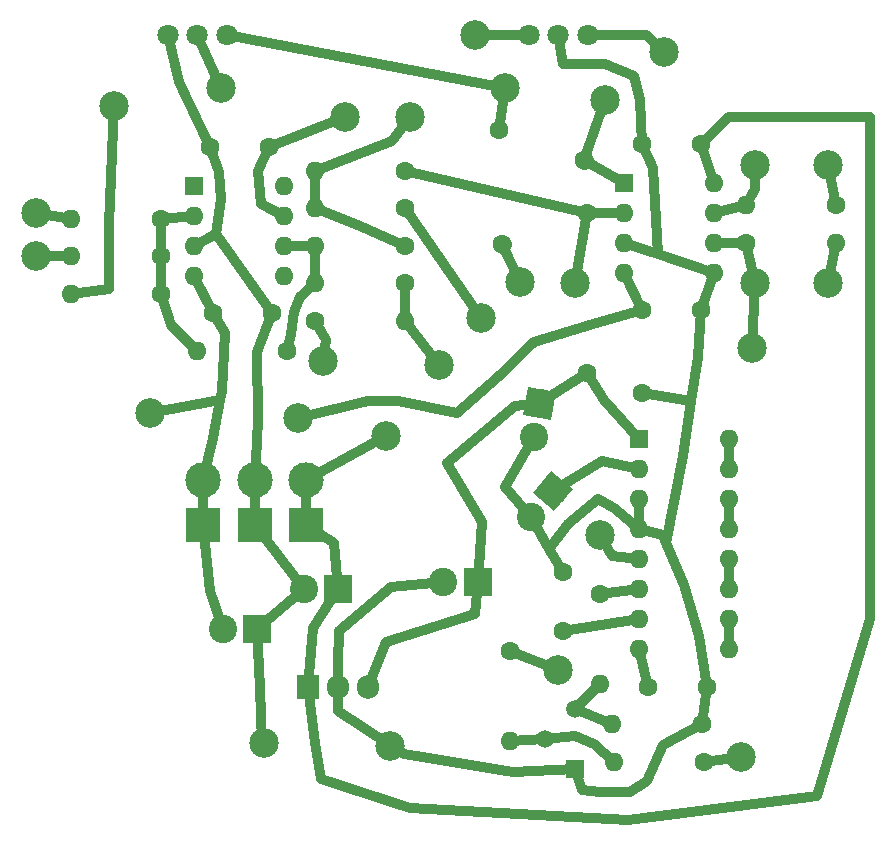
<source format=gbr>
G04 #@! TF.GenerationSoftware,KiCad,Pcbnew,(5.1.2-1)-1*
G04 #@! TF.CreationDate,2021-10-10T15:57:48-04:00*
G04 #@! TF.ProjectId,my_fav_reverb,6d795f66-6176-45f7-9265-766572622e6b,rev?*
G04 #@! TF.SameCoordinates,Original*
G04 #@! TF.FileFunction,Copper,L2,Bot*
G04 #@! TF.FilePolarity,Positive*
%FSLAX46Y46*%
G04 Gerber Fmt 4.6, Leading zero omitted, Abs format (unit mm)*
G04 Created by KiCad (PCBNEW (5.1.2-1)-1) date 2021-10-10 15:57:48*
%MOMM*%
%LPD*%
G04 APERTURE LIST*
%ADD10C,2.499360*%
%ADD11C,2.400000*%
%ADD12C,0.100000*%
%ADD13R,2.400000X2.400000*%
%ADD14C,1.600000*%
%ADD15C,1.600000*%
%ADD16C,1.800000*%
%ADD17R,1.500000X1.500000*%
%ADD18C,1.500000*%
%ADD19O,1.600000X1.600000*%
%ADD20R,1.600000X1.600000*%
%ADD21R,2.999740X2.999740*%
%ADD22C,2.999740*%
%ADD23R,1.905000X2.000000*%
%ADD24O,1.905000X2.000000*%
%ADD25C,0.800000*%
%ADD26C,0.812800*%
G04 APERTURE END LIST*
D10*
X45360000Y-81740000D03*
X34620000Y-81510000D03*
D11*
X57227935Y-62358047D03*
X59105517Y-60120431D03*
D12*
G36*
X58957609Y-58429833D02*
G01*
X60796115Y-59972523D01*
X59253425Y-61811029D01*
X57414919Y-60268339D01*
X58957609Y-58429833D01*
X58957609Y-58429833D01*
G37*
D11*
X57501972Y-55586777D03*
X58009198Y-52710153D03*
D12*
G36*
X57035807Y-51320006D02*
G01*
X59399345Y-51736762D01*
X58982589Y-54100300D01*
X56619051Y-53683544D01*
X57035807Y-51320006D01*
X57035807Y-51320006D01*
G37*
D11*
X49857000Y-67812800D03*
D13*
X52778000Y-67812800D03*
D11*
X31157000Y-71782800D03*
D13*
X34078000Y-71782800D03*
D11*
X38027000Y-68442800D03*
D13*
X40948000Y-68442800D03*
D10*
X49500000Y-49500000D03*
X52500000Y-21500000D03*
X68500000Y-23000000D03*
X47000000Y-28500000D03*
X45000000Y-55500000D03*
X41500000Y-28500000D03*
X31000000Y-26000000D03*
X22000000Y-27500000D03*
X53000000Y-45500000D03*
X76000000Y-48000000D03*
X37500000Y-54000000D03*
D14*
X62000000Y-36585075D03*
X54839542Y-39191268D03*
D15*
X54839542Y-39191268D02*
X54839542Y-39191268D01*
D10*
X25000000Y-53500000D03*
D16*
X59578100Y-21538100D03*
X62078100Y-21538100D03*
X57078100Y-21538100D03*
X29000000Y-21538100D03*
X31500000Y-21538100D03*
X26500000Y-21538100D03*
D17*
X60960000Y-83693000D03*
D18*
X60960000Y-78613000D03*
X58420000Y-81153000D03*
D19*
X72771000Y-34036000D03*
X65151000Y-41656000D03*
X72771000Y-36576000D03*
X65151000Y-39116000D03*
X72771000Y-39116000D03*
X65151000Y-36576000D03*
X72771000Y-41656000D03*
D20*
X65151000Y-34036000D03*
D14*
X30052000Y-30988000D03*
X35052000Y-30988000D03*
X66628000Y-44831000D03*
X71628000Y-44831000D03*
X71628000Y-30734000D03*
X66628000Y-30734000D03*
X35306000Y-45085000D03*
X30306000Y-45085000D03*
X61976000Y-50165000D03*
X66674463Y-51875101D03*
X59944000Y-67009000D03*
X59944000Y-72009000D03*
X67183000Y-76708000D03*
X72183000Y-76708000D03*
D21*
X38227000Y-62992000D03*
D22*
X38227000Y-59182000D03*
X33909000Y-59182000D03*
D21*
X33909000Y-62992000D03*
X29464000Y-62992000D03*
D22*
X29464000Y-59182000D03*
D10*
X15367000Y-36576000D03*
X15367000Y-40259000D03*
X59563000Y-75311000D03*
X63119000Y-63881000D03*
X39624000Y-49149000D03*
X56319423Y-42413475D03*
X82423000Y-42545000D03*
X55036514Y-26056826D03*
X82423000Y-32512000D03*
X75057000Y-82677000D03*
X61000000Y-42500000D03*
X76200000Y-42545000D03*
X76200000Y-32512000D03*
X63500000Y-27000000D03*
D19*
X18288000Y-37084000D03*
D14*
X25908000Y-37084000D03*
X25908000Y-40259000D03*
D19*
X18288000Y-40259000D03*
X18288000Y-43434000D03*
D14*
X25908000Y-43434000D03*
X71882000Y-83058000D03*
D19*
X64262000Y-83058000D03*
D14*
X55499000Y-73660000D03*
D19*
X55499000Y-81280000D03*
D14*
X36576000Y-48260000D03*
D19*
X28956000Y-48260000D03*
D14*
X46609000Y-39370000D03*
D19*
X38989000Y-39370000D03*
X38989000Y-42545000D03*
D14*
X46609000Y-42545000D03*
X71755000Y-79883000D03*
D19*
X64135000Y-79883000D03*
X46609000Y-45720000D03*
D14*
X38989000Y-45720000D03*
X46609000Y-33020000D03*
D19*
X38989000Y-33020000D03*
X38989000Y-36195000D03*
D14*
X46609000Y-36195000D03*
D19*
X63119000Y-76454000D03*
D14*
X63119000Y-68834000D03*
D19*
X83058000Y-39116000D03*
D14*
X75438000Y-39116000D03*
X61740231Y-32145845D03*
D15*
X61740231Y-32145845D02*
X61740231Y-32145845D01*
D14*
X54579773Y-29539652D03*
X83058000Y-35941000D03*
D19*
X75438000Y-35941000D03*
D23*
X38354000Y-76708000D03*
D24*
X40894000Y-76708000D03*
X43434000Y-76708000D03*
D20*
X28702000Y-34290000D03*
D19*
X36322000Y-41910000D03*
X28702000Y-36830000D03*
X36322000Y-39370000D03*
X28702000Y-39370000D03*
X36322000Y-36830000D03*
X28702000Y-41910000D03*
X36322000Y-34290000D03*
D20*
X66421000Y-55753000D03*
D19*
X74041000Y-73533000D03*
X66421000Y-58293000D03*
X74041000Y-70993000D03*
X66421000Y-60833000D03*
X74041000Y-68453000D03*
X66421000Y-63373000D03*
X74041000Y-65913000D03*
X66421000Y-65913000D03*
X74041000Y-63373000D03*
X66421000Y-68453000D03*
X74041000Y-60833000D03*
X66421000Y-70993000D03*
X74041000Y-58293000D03*
X66421000Y-73533000D03*
X74041000Y-55753000D03*
D25*
X45000000Y-55500000D03*
X41500000Y-28500000D03*
X45333781Y-81666219D03*
X34500000Y-81500000D03*
X37500000Y-54000000D03*
X25000000Y-53500000D03*
X31000000Y-26000000D03*
X22000000Y-27500000D03*
X47000000Y-28500000D03*
X68500000Y-23000000D03*
X49500000Y-49500000D03*
X52500000Y-21500000D03*
X53000000Y-45500000D03*
X76000000Y-48000000D03*
D26*
X36322000Y-36830000D02*
X34417000Y-35814000D01*
X34417000Y-35814000D02*
X34163000Y-33020000D01*
X34163000Y-33020000D02*
X35052000Y-30988000D01*
X71628000Y-30734000D02*
X72771000Y-34036000D01*
X38227000Y-59182000D02*
X38227000Y-62992000D01*
X38227000Y-59182000D02*
X45000000Y-55500000D01*
X45000000Y-55500000D02*
X45000000Y-55500000D01*
X41500000Y-28500000D02*
X35052000Y-30988000D01*
X74000000Y-28500000D02*
X71628000Y-30734000D01*
X86000000Y-28500000D02*
X74000000Y-28500000D01*
X86000000Y-71000000D02*
X86000000Y-28500000D01*
X81500000Y-86000000D02*
X86000000Y-71000000D01*
X38354000Y-76708000D02*
X39000000Y-81500000D01*
X65500000Y-88000000D02*
X81500000Y-86000000D01*
X39500000Y-84500000D02*
X47000000Y-87000000D01*
X39000000Y-81500000D02*
X39500000Y-84500000D01*
X47000000Y-87000000D02*
X65500000Y-88000000D01*
X40948000Y-68442800D02*
X40560000Y-64540000D01*
X40560000Y-64540000D02*
X38227000Y-62992000D01*
X38354000Y-76708000D02*
X38820000Y-71750000D01*
X38820000Y-71750000D02*
X40948000Y-68442800D01*
X28702000Y-39370000D02*
X30607000Y-38354000D01*
X30607000Y-38354000D02*
X30988000Y-35433000D01*
X30988000Y-35433000D02*
X30861000Y-33147000D01*
X30861000Y-33147000D02*
X30052000Y-30988000D01*
X35306000Y-45085000D02*
X30607000Y-38354000D01*
X66628000Y-30734000D02*
X67564000Y-32766000D01*
X67564000Y-32766000D02*
X68008500Y-40068500D01*
X68008500Y-40068500D02*
X65151000Y-39116000D01*
X72771000Y-41656000D02*
X68008500Y-40068500D01*
X71628000Y-44831000D02*
X72771000Y-41656000D01*
X66421000Y-63373000D02*
X66421000Y-60833000D01*
X71755000Y-79883000D02*
X72183000Y-76708000D01*
X71755000Y-79883000D02*
X68453000Y-81661000D01*
X68453000Y-81661000D02*
X67056000Y-84709000D01*
X67056000Y-84709000D02*
X65659000Y-85598000D01*
X65659000Y-85598000D02*
X63119000Y-85598000D01*
X63119000Y-85598000D02*
X61595000Y-85471000D01*
X61595000Y-85471000D02*
X60960000Y-83693000D01*
X66421000Y-63373000D02*
X68453000Y-63881000D01*
X70231000Y-68072000D02*
X71501000Y-72390000D01*
X71501000Y-72390000D02*
X72183000Y-76708000D01*
X71628000Y-44831000D02*
X71374000Y-48768000D01*
X68717808Y-64505192D02*
X70231000Y-68072000D01*
X70104000Y-57150000D02*
X68717808Y-64505192D01*
X68453000Y-63881000D02*
X68717808Y-64505192D01*
X40894000Y-76708000D02*
X40894000Y-74676000D01*
X40894000Y-74676000D02*
X41021000Y-72009000D01*
X40894000Y-76708000D02*
X40894000Y-78740000D01*
X33909000Y-59182000D02*
X33909000Y-62992000D01*
X35306000Y-45085000D02*
X34036000Y-48387000D01*
X34036000Y-48387000D02*
X34163000Y-54102000D01*
X34163000Y-54102000D02*
X33909000Y-59182000D01*
X60960000Y-83693000D02*
X55753000Y-83947000D01*
X55753000Y-83947000D02*
X46482000Y-82423000D01*
X46482000Y-82423000D02*
X45333781Y-81666219D01*
X66674463Y-51875101D02*
X70807036Y-52509964D01*
X70807036Y-52509964D02*
X70104000Y-57150000D01*
X71374000Y-48768000D02*
X70807036Y-52509964D01*
X30052000Y-30988000D02*
X27500000Y-25500000D01*
X27500000Y-25500000D02*
X26500000Y-21538100D01*
X66628000Y-30734000D02*
X66500000Y-27000000D01*
X66500000Y-27000000D02*
X66000000Y-25000000D01*
X66000000Y-25000000D02*
X63500000Y-24000000D01*
X63500000Y-24000000D02*
X60000000Y-24000000D01*
X60000000Y-24000000D02*
X59578100Y-21538100D01*
X45333781Y-81666219D02*
X40894000Y-78740000D01*
X34500000Y-81500000D02*
X34290000Y-76835000D01*
X41021000Y-72009000D02*
X45420000Y-68250000D01*
X45420000Y-68250000D02*
X49857000Y-67812800D01*
X38027000Y-68442800D02*
X33909000Y-62992000D01*
X34290000Y-76835000D02*
X34078000Y-71782800D01*
X34078000Y-71782800D02*
X38027000Y-68442800D01*
X57501972Y-55586777D02*
X55090000Y-59820000D01*
X55090000Y-59820000D02*
X57227935Y-62358047D01*
X66421000Y-63373000D02*
X64280000Y-61560000D01*
X64280000Y-61560000D02*
X62970000Y-60820000D01*
X62970000Y-60820000D02*
X60420000Y-62900000D01*
X60420000Y-62900000D02*
X58807363Y-65062637D01*
X58807363Y-65062637D02*
X57227935Y-62358047D01*
X59944000Y-67009000D02*
X58807363Y-65062637D01*
X28702000Y-41910000D02*
X30306000Y-45085000D01*
X66628000Y-44831000D02*
X65151000Y-41656000D01*
X30131000Y-68580000D02*
X29464000Y-62992000D01*
X29464000Y-59182000D02*
X29464000Y-62992000D01*
X30306000Y-45085000D02*
X31369000Y-46736000D01*
X31369000Y-46736000D02*
X31115000Y-51689000D01*
X30353000Y-55626000D02*
X29464000Y-59182000D01*
X66628000Y-44831000D02*
X62500000Y-46000000D01*
X43500000Y-52500000D02*
X37500000Y-54000000D01*
X37500000Y-54000000D02*
X37500000Y-54000000D01*
X25000000Y-53500000D02*
X30964838Y-52464838D01*
X30964838Y-52464838D02*
X30353000Y-55626000D01*
X31115000Y-51689000D02*
X30964838Y-52464838D01*
X57500000Y-47500000D02*
X62500000Y-46000000D01*
X57500000Y-47500000D02*
X54500000Y-50500000D01*
X54500000Y-50500000D02*
X51000000Y-53500000D01*
X51000000Y-53500000D02*
X46000000Y-52500000D01*
X46000000Y-52500000D02*
X43500000Y-52500000D01*
X31157000Y-71782800D02*
X30131000Y-68580000D01*
X44958000Y-72898000D02*
X43434000Y-76708000D01*
X52778000Y-67812800D02*
X52530000Y-70520000D01*
X52530000Y-70520000D02*
X44958000Y-72898000D01*
X52778000Y-67812800D02*
X53080000Y-62800000D01*
X53080000Y-62800000D02*
X50165000Y-57785000D01*
X58135517Y-52610431D02*
X61976000Y-50165000D01*
X66421000Y-55753000D02*
X63480000Y-52410000D01*
X63480000Y-52410000D02*
X61976000Y-50165000D01*
X58009198Y-52710153D02*
X55900000Y-52980000D01*
X55900000Y-52980000D02*
X50165000Y-57785000D01*
X66421000Y-70993000D02*
X59944000Y-72009000D01*
X66421000Y-58293000D02*
X63270000Y-57600000D01*
X63270000Y-57600000D02*
X59105517Y-60120431D01*
X67183000Y-76708000D02*
X66421000Y-73533000D01*
X15367000Y-36576000D02*
X18288000Y-37084000D01*
X15367000Y-40259000D02*
X18288000Y-40259000D01*
X59563000Y-75311000D02*
X55499000Y-73660000D01*
X66421000Y-65913000D02*
X64135000Y-65659000D01*
X64135000Y-65659000D02*
X63119000Y-63881000D01*
X39624000Y-49149000D02*
X39878000Y-47371000D01*
X39878000Y-47371000D02*
X38989000Y-45720000D01*
X56319423Y-42413475D02*
X54839542Y-39191268D01*
X83058000Y-39116000D02*
X82423000Y-42545000D01*
X54579773Y-29539652D02*
X55036514Y-26056826D01*
X55036514Y-26056826D02*
X31500000Y-21538100D01*
X82423000Y-32512000D02*
X83058000Y-35941000D01*
X55499000Y-81280000D02*
X58420000Y-81153000D01*
X58420000Y-81153000D02*
X60960000Y-80899000D01*
X60960000Y-80899000D02*
X62611000Y-81534000D01*
X62611000Y-81534000D02*
X64262000Y-83058000D01*
X63119000Y-76454000D02*
X60960000Y-78613000D01*
X60960000Y-78613000D02*
X64135000Y-79883000D01*
X25908000Y-37084000D02*
X28702000Y-36830000D01*
X25908000Y-37084000D02*
X25908000Y-40259000D01*
X25908000Y-40259000D02*
X25908000Y-43434000D01*
X28956000Y-48260000D02*
X26797000Y-46101000D01*
X26797000Y-46101000D02*
X25908000Y-43434000D01*
X29000000Y-21538100D02*
X31000000Y-26000000D01*
X31000000Y-26000000D02*
X31000000Y-26000000D01*
X22000000Y-27500000D02*
X21500000Y-37500000D01*
X21500000Y-37500000D02*
X21500000Y-43000000D01*
X21500000Y-43000000D02*
X18288000Y-43434000D01*
X36322000Y-39370000D02*
X38989000Y-39370000D01*
X38989000Y-39370000D02*
X38989000Y-42545000D01*
X38989000Y-42545000D02*
X37719000Y-43688000D01*
X37719000Y-43688000D02*
X37211000Y-44958000D01*
X37211000Y-44958000D02*
X36957000Y-46863000D01*
X36957000Y-46863000D02*
X36576000Y-48260000D01*
X38989000Y-36195000D02*
X38989000Y-33020000D01*
X46609000Y-39370000D02*
X42799000Y-37719000D01*
X42799000Y-37719000D02*
X38989000Y-36195000D01*
X38989000Y-33020000D02*
X45500000Y-30500000D01*
X45500000Y-30500000D02*
X47000000Y-28500000D01*
X47000000Y-28500000D02*
X47000000Y-28500000D01*
X68500000Y-23000000D02*
X67000000Y-21500000D01*
X67000000Y-21500000D02*
X62078100Y-21538100D01*
X46609000Y-45720000D02*
X46609000Y-42545000D01*
X46609000Y-45720000D02*
X49500000Y-49500000D01*
X49500000Y-49500000D02*
X49500000Y-49500000D01*
X52500000Y-21500000D02*
X57078100Y-21538100D01*
X66421000Y-68453000D02*
X63119000Y-68834000D01*
X74041000Y-73533000D02*
X74041000Y-70993000D01*
X74041000Y-68453000D02*
X74041000Y-65913000D01*
X74041000Y-63373000D02*
X74041000Y-60833000D01*
X74041000Y-58293000D02*
X74041000Y-55753000D01*
X71882000Y-83058000D02*
X75057000Y-82677000D01*
X65151000Y-36576000D02*
X62000000Y-36585075D01*
X62000000Y-36585075D02*
X61000000Y-42500000D01*
X62000000Y-36585075D02*
X46609000Y-33020000D01*
X75438000Y-39116000D02*
X72771000Y-39116000D01*
X76200000Y-42545000D02*
X75438000Y-39116000D01*
X53000000Y-45500000D02*
X53000000Y-45500000D01*
X76200000Y-42545000D02*
X76000000Y-48000000D01*
X46609000Y-36195000D02*
X53000000Y-45500000D01*
X72771000Y-36576000D02*
X75438000Y-35941000D01*
X75438000Y-35941000D02*
X76200000Y-34544000D01*
X76200000Y-34544000D02*
X76200000Y-32512000D01*
X65151000Y-34036000D02*
X61740231Y-32145845D01*
X61740231Y-32145845D02*
X63500000Y-27000000D01*
M02*

</source>
